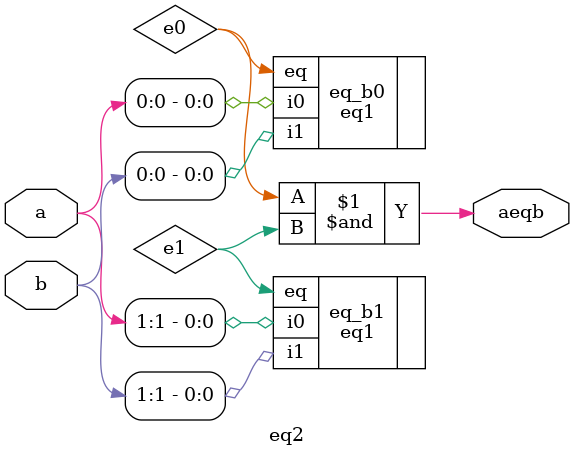
<source format=v>
`timescale 1ns / 1ps

module eq2

	// (1) IO Ports
	 (
	 input wire[1:0] a, b,
	 output wire aeqb
	 );
	 
	 // (2) Signal decl.
	 wire e0, e1;
	 
	 // (3) Body
	 eq1 eq_b0 (.i0(a[0]), .i1(b[0]), .eq(e0));
	 eq1 eq_b1 (.i0(a[1]), .i1(b[1]), .eq(e1));
	 
	 assign aeqb = e0 & e1;

endmodule

</source>
